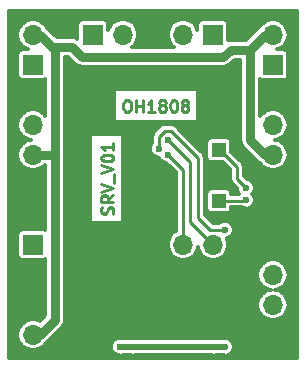
<source format=gbr>
G04 #@! TF.FileFunction,Copper,L1,Top,Signal*
%FSLAX46Y46*%
G04 Gerber Fmt 4.6, Leading zero omitted, Abs format (unit mm)*
G04 Created by KiCad (PCBNEW (2015-09-22 BZR 6208)-product) date 14.8.2018 10:54:20*
%MOMM*%
G01*
G04 APERTURE LIST*
%ADD10C,0.100000*%
%ADD11C,0.250000*%
%ADD12R,1.200000X1.200000*%
%ADD13R,1.700000X1.700000*%
%ADD14O,1.700000X1.700000*%
%ADD15C,0.600000*%
%ADD16C,0.800000*%
%ADD17C,0.500000*%
%ADD18C,0.300000*%
G04 APERTURE END LIST*
D10*
D11*
X146454762Y-109148191D02*
X146502381Y-109005334D01*
X146502381Y-108767238D01*
X146454762Y-108672000D01*
X146407143Y-108624381D01*
X146311905Y-108576762D01*
X146216667Y-108576762D01*
X146121429Y-108624381D01*
X146073810Y-108672000D01*
X146026190Y-108767238D01*
X145978571Y-108957715D01*
X145930952Y-109052953D01*
X145883333Y-109100572D01*
X145788095Y-109148191D01*
X145692857Y-109148191D01*
X145597619Y-109100572D01*
X145550000Y-109052953D01*
X145502381Y-108957715D01*
X145502381Y-108719619D01*
X145550000Y-108576762D01*
X146502381Y-107576762D02*
X146026190Y-107910096D01*
X146502381Y-108148191D02*
X145502381Y-108148191D01*
X145502381Y-107767238D01*
X145550000Y-107672000D01*
X145597619Y-107624381D01*
X145692857Y-107576762D01*
X145835714Y-107576762D01*
X145930952Y-107624381D01*
X145978571Y-107672000D01*
X146026190Y-107767238D01*
X146026190Y-108148191D01*
X145502381Y-107291048D02*
X146502381Y-106957715D01*
X145502381Y-106624381D01*
X146597619Y-106529143D02*
X146597619Y-105767238D01*
X145502381Y-105672000D02*
X146502381Y-105338667D01*
X145502381Y-105005333D01*
X145502381Y-104481524D02*
X145502381Y-104386285D01*
X145550000Y-104291047D01*
X145597619Y-104243428D01*
X145692857Y-104195809D01*
X145883333Y-104148190D01*
X146121429Y-104148190D01*
X146311905Y-104195809D01*
X146407143Y-104243428D01*
X146454762Y-104291047D01*
X146502381Y-104386285D01*
X146502381Y-104481524D01*
X146454762Y-104576762D01*
X146407143Y-104624381D01*
X146311905Y-104672000D01*
X146121429Y-104719619D01*
X145883333Y-104719619D01*
X145692857Y-104672000D01*
X145597619Y-104624381D01*
X145550000Y-104576762D01*
X145502381Y-104481524D01*
X146502381Y-103195809D02*
X146502381Y-103767238D01*
X146502381Y-103481524D02*
X145502381Y-103481524D01*
X145645238Y-103576762D01*
X145740476Y-103672000D01*
X145788095Y-103767238D01*
X147590190Y-99528381D02*
X147780667Y-99528381D01*
X147875905Y-99576000D01*
X147971143Y-99671238D01*
X148018762Y-99861714D01*
X148018762Y-100195048D01*
X147971143Y-100385524D01*
X147875905Y-100480762D01*
X147780667Y-100528381D01*
X147590190Y-100528381D01*
X147494952Y-100480762D01*
X147399714Y-100385524D01*
X147352095Y-100195048D01*
X147352095Y-99861714D01*
X147399714Y-99671238D01*
X147494952Y-99576000D01*
X147590190Y-99528381D01*
X148447333Y-100528381D02*
X148447333Y-99528381D01*
X148447333Y-100004571D02*
X149018762Y-100004571D01*
X149018762Y-100528381D02*
X149018762Y-99528381D01*
X150018762Y-100528381D02*
X149447333Y-100528381D01*
X149733047Y-100528381D02*
X149733047Y-99528381D01*
X149637809Y-99671238D01*
X149542571Y-99766476D01*
X149447333Y-99814095D01*
X150590190Y-99956952D02*
X150494952Y-99909333D01*
X150447333Y-99861714D01*
X150399714Y-99766476D01*
X150399714Y-99718857D01*
X150447333Y-99623619D01*
X150494952Y-99576000D01*
X150590190Y-99528381D01*
X150780667Y-99528381D01*
X150875905Y-99576000D01*
X150923524Y-99623619D01*
X150971143Y-99718857D01*
X150971143Y-99766476D01*
X150923524Y-99861714D01*
X150875905Y-99909333D01*
X150780667Y-99956952D01*
X150590190Y-99956952D01*
X150494952Y-100004571D01*
X150447333Y-100052190D01*
X150399714Y-100147429D01*
X150399714Y-100337905D01*
X150447333Y-100433143D01*
X150494952Y-100480762D01*
X150590190Y-100528381D01*
X150780667Y-100528381D01*
X150875905Y-100480762D01*
X150923524Y-100433143D01*
X150971143Y-100337905D01*
X150971143Y-100147429D01*
X150923524Y-100052190D01*
X150875905Y-100004571D01*
X150780667Y-99956952D01*
X151590190Y-99528381D02*
X151685429Y-99528381D01*
X151780667Y-99576000D01*
X151828286Y-99623619D01*
X151875905Y-99718857D01*
X151923524Y-99909333D01*
X151923524Y-100147429D01*
X151875905Y-100337905D01*
X151828286Y-100433143D01*
X151780667Y-100480762D01*
X151685429Y-100528381D01*
X151590190Y-100528381D01*
X151494952Y-100480762D01*
X151447333Y-100433143D01*
X151399714Y-100337905D01*
X151352095Y-100147429D01*
X151352095Y-99909333D01*
X151399714Y-99718857D01*
X151447333Y-99623619D01*
X151494952Y-99576000D01*
X151590190Y-99528381D01*
X152494952Y-99956952D02*
X152399714Y-99909333D01*
X152352095Y-99861714D01*
X152304476Y-99766476D01*
X152304476Y-99718857D01*
X152352095Y-99623619D01*
X152399714Y-99576000D01*
X152494952Y-99528381D01*
X152685429Y-99528381D01*
X152780667Y-99576000D01*
X152828286Y-99623619D01*
X152875905Y-99718857D01*
X152875905Y-99766476D01*
X152828286Y-99861714D01*
X152780667Y-99909333D01*
X152685429Y-99956952D01*
X152494952Y-99956952D01*
X152399714Y-100004571D01*
X152352095Y-100052190D01*
X152304476Y-100147429D01*
X152304476Y-100337905D01*
X152352095Y-100433143D01*
X152399714Y-100480762D01*
X152494952Y-100528381D01*
X152685429Y-100528381D01*
X152780667Y-100480762D01*
X152828286Y-100433143D01*
X152875905Y-100337905D01*
X152875905Y-100147429D01*
X152828286Y-100052190D01*
X152780667Y-100004571D01*
X152685429Y-99956952D01*
D12*
X155448000Y-103716000D03*
X155448000Y-101516000D03*
X155448000Y-108034000D03*
X155448000Y-105834000D03*
D13*
X139700000Y-116840000D03*
D14*
X139700000Y-119380000D03*
D13*
X139700000Y-111760000D03*
X160020000Y-119380000D03*
D14*
X160020000Y-116840000D03*
X160020000Y-114300000D03*
D13*
X139700000Y-106680000D03*
D14*
X139700000Y-104140000D03*
X139700000Y-101600000D03*
D13*
X139700000Y-96520000D03*
D14*
X139700000Y-93980000D03*
D13*
X144780000Y-93980000D03*
D14*
X147320000Y-93980000D03*
D13*
X154940000Y-93980000D03*
D14*
X152400000Y-93980000D03*
D13*
X160020000Y-96520000D03*
D14*
X160020000Y-93980000D03*
D13*
X160020000Y-106680000D03*
D14*
X160020000Y-104140000D03*
X160020000Y-101600000D03*
D13*
X149860000Y-111760000D03*
D14*
X152400000Y-111760000D03*
X154940000Y-111760000D03*
D15*
X148082000Y-120396000D03*
X147066000Y-120396000D03*
X155956000Y-120396000D03*
X154940000Y-120396000D03*
X142748000Y-105410000D03*
X159512000Y-99060000D03*
X156972000Y-99060000D03*
X156972000Y-96520000D03*
X142748000Y-96520000D03*
X142748000Y-99060000D03*
X145288000Y-100076000D03*
X145796000Y-99060000D03*
X152908000Y-117856000D03*
X152908000Y-116586000D03*
X148590000Y-117856000D03*
X148590000Y-116586000D03*
X154432000Y-114554000D03*
X153416000Y-114554000D03*
X152400000Y-114554000D03*
X149352000Y-114554000D03*
X148336000Y-114554000D03*
X147320000Y-114554000D03*
X146050000Y-114554000D03*
X157226000Y-111760000D03*
X148590000Y-106680000D03*
X149606000Y-105664000D03*
X151130000Y-106426000D03*
X154178000Y-103124000D03*
X151130000Y-102870000D03*
X151130000Y-104140000D03*
X155956000Y-110490000D03*
X150368000Y-103632000D03*
X157734000Y-106934000D03*
X157734000Y-107950000D03*
D16*
X143891000Y-95885000D02*
X155829000Y-95885000D01*
X155829000Y-95885000D02*
X156464000Y-95250000D01*
X156464000Y-95250000D02*
X158115000Y-95250000D01*
X158115000Y-95250000D02*
X159385000Y-93980000D01*
X159385000Y-93980000D02*
X160020000Y-93980000D01*
X143891000Y-95885000D02*
X143002000Y-94996000D01*
X143002000Y-94996000D02*
X141351000Y-94996000D01*
X141351000Y-94996000D02*
X140335000Y-93980000D01*
X140335000Y-93980000D02*
X139700000Y-93980000D01*
D17*
X154940000Y-120396000D02*
X148082000Y-120396000D01*
X147066000Y-120396000D02*
X148082000Y-120396000D01*
X155956000Y-120396000D02*
X154940000Y-120396000D01*
D16*
X141605000Y-104140000D02*
X141605000Y-118110000D01*
X141605000Y-118110000D02*
X140335000Y-119380000D01*
X140335000Y-119380000D02*
X139700000Y-119380000D01*
X139700000Y-104140000D02*
X141605000Y-104140000D01*
X141605000Y-95250000D02*
X140335000Y-93980000D01*
X141605000Y-104140000D02*
X141605000Y-97155000D01*
X141605000Y-97155000D02*
X141605000Y-95885000D01*
X141605000Y-95885000D02*
X141605000Y-95250000D01*
X140335000Y-93980000D02*
X139700000Y-93980000D01*
X160020000Y-104140000D02*
X159385000Y-104140000D01*
X159385000Y-104140000D02*
X158115000Y-102870000D01*
X158115000Y-102870000D02*
X158115000Y-97155000D01*
X158115000Y-97155000D02*
X158115000Y-95885000D01*
X158115000Y-95885000D02*
X158115000Y-95250000D01*
X159385000Y-93980000D02*
X158115000Y-95250000D01*
X160020000Y-93980000D02*
X159385000Y-93980000D01*
D11*
X156972000Y-99060000D02*
X156718000Y-99060000D01*
X145796000Y-99060000D02*
X142748000Y-99060000D01*
X145288000Y-100076000D02*
X145796000Y-99568000D01*
X145796000Y-99568000D02*
X145796000Y-99060000D01*
X152908000Y-117856000D02*
X152908000Y-116586000D01*
X148590000Y-117856000D02*
X148590000Y-116586000D01*
X154432000Y-114554000D02*
X153416000Y-114554000D01*
X152400000Y-114554000D02*
X149352000Y-114554000D01*
X148336000Y-114554000D02*
X147320000Y-114554000D01*
X148590000Y-106680000D02*
X149606000Y-105664000D01*
X154940000Y-111760000D02*
X153035000Y-109855000D01*
X153035000Y-109855000D02*
X153035000Y-104775000D01*
X153035000Y-104775000D02*
X151130000Y-102870000D01*
X152400000Y-111760000D02*
X152400000Y-105410000D01*
X152400000Y-105410000D02*
X151130000Y-104140000D01*
X155956000Y-110490000D02*
X154940000Y-110490000D01*
X154940000Y-110490000D02*
X154686000Y-110490000D01*
X154686000Y-110490000D02*
X153670000Y-109474000D01*
X153670000Y-109474000D02*
X153670000Y-104394000D01*
X153670000Y-104394000D02*
X151384000Y-102108000D01*
X151384000Y-102108000D02*
X150876000Y-102108000D01*
X150876000Y-102108000D02*
X150368000Y-102616000D01*
X150368000Y-102616000D02*
X150368000Y-103632000D01*
X157734000Y-106934000D02*
X156972000Y-106172000D01*
X156972000Y-106172000D02*
X156972000Y-105156000D01*
X156972000Y-105156000D02*
X155532000Y-103716000D01*
X155532000Y-103716000D02*
X155448000Y-103716000D01*
X157734000Y-107950000D02*
X157650000Y-108034000D01*
X157650000Y-108034000D02*
X155448000Y-108034000D01*
D18*
G36*
X162035000Y-121395000D02*
X137685000Y-121395000D01*
X137685000Y-93980000D01*
X138374531Y-93980000D01*
X138473488Y-94477488D01*
X138755292Y-94899239D01*
X139177043Y-95181043D01*
X139328571Y-95211184D01*
X138850000Y-95211184D01*
X138683240Y-95242562D01*
X138530081Y-95341117D01*
X138427332Y-95491495D01*
X138391184Y-95670000D01*
X138391184Y-97370000D01*
X138422562Y-97536760D01*
X138521117Y-97689919D01*
X138671495Y-97792668D01*
X138850000Y-97828816D01*
X140550000Y-97828816D01*
X140716760Y-97797438D01*
X140755000Y-97772831D01*
X140755000Y-100845825D01*
X140644708Y-100680761D01*
X140222957Y-100398957D01*
X139725469Y-100300000D01*
X139674531Y-100300000D01*
X139177043Y-100398957D01*
X138755292Y-100680761D01*
X138473488Y-101102512D01*
X138374531Y-101600000D01*
X138473488Y-102097488D01*
X138755292Y-102519239D01*
X139177043Y-102801043D01*
X139523712Y-102870000D01*
X139177043Y-102938957D01*
X138755292Y-103220761D01*
X138473488Y-103642512D01*
X138374531Y-104140000D01*
X138473488Y-104637488D01*
X138755292Y-105059239D01*
X139177043Y-105341043D01*
X139674531Y-105440000D01*
X139725469Y-105440000D01*
X140222957Y-105341043D01*
X140644708Y-105059239D01*
X140690972Y-104990000D01*
X140755000Y-104990000D01*
X140755000Y-110505435D01*
X140728505Y-110487332D01*
X140550000Y-110451184D01*
X138850000Y-110451184D01*
X138683240Y-110482562D01*
X138530081Y-110581117D01*
X138427332Y-110731495D01*
X138391184Y-110910000D01*
X138391184Y-112610000D01*
X138422562Y-112776760D01*
X138521117Y-112929919D01*
X138671495Y-113032668D01*
X138850000Y-113068816D01*
X140550000Y-113068816D01*
X140716760Y-113037438D01*
X140755000Y-113012831D01*
X140755000Y-117757918D01*
X140289499Y-118223419D01*
X140222957Y-118178957D01*
X139725469Y-118080000D01*
X139674531Y-118080000D01*
X139177043Y-118178957D01*
X138755292Y-118460761D01*
X138473488Y-118882512D01*
X138374531Y-119380000D01*
X138473488Y-119877488D01*
X138755292Y-120299239D01*
X139177043Y-120581043D01*
X139674531Y-120680000D01*
X139725469Y-120680000D01*
X140222957Y-120581043D01*
X140277602Y-120544530D01*
X146315870Y-120544530D01*
X146429811Y-120820286D01*
X146640605Y-121031448D01*
X146916161Y-121145869D01*
X147214530Y-121146130D01*
X147335853Y-121096000D01*
X147812063Y-121096000D01*
X147932161Y-121145869D01*
X148230530Y-121146130D01*
X148351853Y-121096000D01*
X154670063Y-121096000D01*
X154790161Y-121145869D01*
X155088530Y-121146130D01*
X155209853Y-121096000D01*
X155686063Y-121096000D01*
X155806161Y-121145869D01*
X156104530Y-121146130D01*
X156380286Y-121032189D01*
X156591448Y-120821395D01*
X156705869Y-120545839D01*
X156706130Y-120247470D01*
X156592189Y-119971714D01*
X156381395Y-119760552D01*
X156105839Y-119646131D01*
X155807470Y-119645870D01*
X155686147Y-119696000D01*
X155209937Y-119696000D01*
X155089839Y-119646131D01*
X154791470Y-119645870D01*
X154670147Y-119696000D01*
X148351937Y-119696000D01*
X148231839Y-119646131D01*
X147933470Y-119645870D01*
X147812147Y-119696000D01*
X147335937Y-119696000D01*
X147215839Y-119646131D01*
X146917470Y-119645870D01*
X146641714Y-119759811D01*
X146430552Y-119970605D01*
X146316131Y-120246161D01*
X146315870Y-120544530D01*
X140277602Y-120544530D01*
X140644708Y-120299239D01*
X140793828Y-120076065D01*
X140936041Y-119981041D01*
X142206041Y-118711041D01*
X142390298Y-118435281D01*
X142455000Y-118110000D01*
X142455000Y-114300000D01*
X158694531Y-114300000D01*
X158793488Y-114797488D01*
X159075292Y-115219239D01*
X159497043Y-115501043D01*
X159843712Y-115570000D01*
X159497043Y-115638957D01*
X159075292Y-115920761D01*
X158793488Y-116342512D01*
X158694531Y-116840000D01*
X158793488Y-117337488D01*
X159075292Y-117759239D01*
X159497043Y-118041043D01*
X159994531Y-118140000D01*
X160045469Y-118140000D01*
X160542957Y-118041043D01*
X160964708Y-117759239D01*
X161246512Y-117337488D01*
X161345469Y-116840000D01*
X161246512Y-116342512D01*
X160964708Y-115920761D01*
X160542957Y-115638957D01*
X160196288Y-115570000D01*
X160542957Y-115501043D01*
X160964708Y-115219239D01*
X161246512Y-114797488D01*
X161345469Y-114300000D01*
X161246512Y-113802512D01*
X160964708Y-113380761D01*
X160542957Y-113098957D01*
X160045469Y-113000000D01*
X159994531Y-113000000D01*
X159497043Y-113098957D01*
X159075292Y-113380761D01*
X158793488Y-113802512D01*
X158694531Y-114300000D01*
X142455000Y-114300000D01*
X142455000Y-102430333D01*
X144525000Y-102430333D01*
X144525000Y-109913667D01*
X147325000Y-109913667D01*
X147325000Y-103780530D01*
X149617870Y-103780530D01*
X149731811Y-104056286D01*
X149942605Y-104267448D01*
X150218161Y-104381869D01*
X150418510Y-104382044D01*
X150493811Y-104564286D01*
X150704605Y-104775448D01*
X150980161Y-104889869D01*
X151066772Y-104889945D01*
X151825000Y-105648173D01*
X151825000Y-110585280D01*
X151480761Y-110815292D01*
X151198957Y-111237043D01*
X151100000Y-111734531D01*
X151100000Y-111785469D01*
X151198957Y-112282957D01*
X151480761Y-112704708D01*
X151902512Y-112986512D01*
X152400000Y-113085469D01*
X152897488Y-112986512D01*
X153319239Y-112704708D01*
X153601043Y-112282957D01*
X153670000Y-111936288D01*
X153738957Y-112282957D01*
X154020761Y-112704708D01*
X154442512Y-112986512D01*
X154940000Y-113085469D01*
X155437488Y-112986512D01*
X155859239Y-112704708D01*
X156141043Y-112282957D01*
X156240000Y-111785469D01*
X156240000Y-111734531D01*
X156141043Y-111237043D01*
X156134760Y-111227639D01*
X156380286Y-111126189D01*
X156591448Y-110915395D01*
X156705869Y-110639839D01*
X156706130Y-110341470D01*
X156592189Y-110065714D01*
X156381395Y-109854552D01*
X156105839Y-109740131D01*
X155807470Y-109739870D01*
X155531714Y-109853811D01*
X155470418Y-109915000D01*
X154924172Y-109915000D01*
X154245000Y-109235828D01*
X154245000Y-104394000D01*
X154201231Y-104173957D01*
X154194064Y-104163231D01*
X154076586Y-103987413D01*
X153205173Y-103116000D01*
X154389184Y-103116000D01*
X154389184Y-104316000D01*
X154420562Y-104482760D01*
X154519117Y-104635919D01*
X154669495Y-104738668D01*
X154848000Y-104774816D01*
X155777644Y-104774816D01*
X156397000Y-105394173D01*
X156397000Y-106172000D01*
X156422173Y-106298552D01*
X156440769Y-106392043D01*
X156565414Y-106578586D01*
X156983945Y-106997117D01*
X156983870Y-107082530D01*
X157097811Y-107358286D01*
X157181340Y-107441961D01*
X157164272Y-107459000D01*
X156506816Y-107459000D01*
X156506816Y-107434000D01*
X156475438Y-107267240D01*
X156376883Y-107114081D01*
X156226505Y-107011332D01*
X156048000Y-106975184D01*
X154848000Y-106975184D01*
X154681240Y-107006562D01*
X154528081Y-107105117D01*
X154425332Y-107255495D01*
X154389184Y-107434000D01*
X154389184Y-108634000D01*
X154420562Y-108800760D01*
X154519117Y-108953919D01*
X154669495Y-109056668D01*
X154848000Y-109092816D01*
X156048000Y-109092816D01*
X156214760Y-109061438D01*
X156367919Y-108962883D01*
X156470668Y-108812505D01*
X156506816Y-108634000D01*
X156506816Y-108609000D01*
X157365324Y-108609000D01*
X157584161Y-108699869D01*
X157882530Y-108700130D01*
X158158286Y-108586189D01*
X158369448Y-108375395D01*
X158483869Y-108099839D01*
X158484130Y-107801470D01*
X158370189Y-107525714D01*
X158286660Y-107442039D01*
X158369448Y-107359395D01*
X158483869Y-107083839D01*
X158484130Y-106785470D01*
X158370189Y-106509714D01*
X158159395Y-106298552D01*
X157883839Y-106184131D01*
X157797228Y-106184055D01*
X157547000Y-105933828D01*
X157547000Y-105156000D01*
X157503231Y-104935957D01*
X157465019Y-104878769D01*
X157378587Y-104749414D01*
X156506816Y-103877644D01*
X156506816Y-103116000D01*
X156475438Y-102949240D01*
X156376883Y-102796081D01*
X156226505Y-102693332D01*
X156048000Y-102657184D01*
X154848000Y-102657184D01*
X154681240Y-102688562D01*
X154528081Y-102787117D01*
X154425332Y-102937495D01*
X154389184Y-103116000D01*
X153205173Y-103116000D01*
X151790586Y-101701414D01*
X151604043Y-101576769D01*
X151384000Y-101533000D01*
X150876000Y-101533000D01*
X150655957Y-101576769D01*
X150469413Y-101701414D01*
X149961414Y-102209414D01*
X149836769Y-102395957D01*
X149793000Y-102616000D01*
X149793000Y-103146262D01*
X149732552Y-103206605D01*
X149618131Y-103482161D01*
X149617870Y-103780530D01*
X147325000Y-103780530D01*
X147325000Y-102430333D01*
X144525000Y-102430333D01*
X142455000Y-102430333D01*
X142455000Y-98551000D01*
X146586619Y-98551000D01*
X146586619Y-101351000D01*
X153641381Y-101351000D01*
X153641381Y-98551000D01*
X146586619Y-98551000D01*
X142455000Y-98551000D01*
X142455000Y-95846000D01*
X142649918Y-95846000D01*
X143289959Y-96486041D01*
X143565719Y-96670298D01*
X143891000Y-96735000D01*
X155829000Y-96735000D01*
X156154281Y-96670298D01*
X156430041Y-96486041D01*
X156816081Y-96100000D01*
X157265000Y-96100000D01*
X157265000Y-102870000D01*
X157329702Y-103195281D01*
X157513959Y-103471041D01*
X158783959Y-104741041D01*
X158926172Y-104836065D01*
X159075292Y-105059239D01*
X159497043Y-105341043D01*
X159994531Y-105440000D01*
X160045469Y-105440000D01*
X160542957Y-105341043D01*
X160964708Y-105059239D01*
X161246512Y-104637488D01*
X161345469Y-104140000D01*
X161246512Y-103642512D01*
X160964708Y-103220761D01*
X160542957Y-102938957D01*
X160196288Y-102870000D01*
X160542957Y-102801043D01*
X160964708Y-102519239D01*
X161246512Y-102097488D01*
X161345469Y-101600000D01*
X161246512Y-101102512D01*
X160964708Y-100680761D01*
X160542957Y-100398957D01*
X160045469Y-100300000D01*
X159994531Y-100300000D01*
X159497043Y-100398957D01*
X159075292Y-100680761D01*
X158965000Y-100845825D01*
X158965000Y-97774565D01*
X158991495Y-97792668D01*
X159170000Y-97828816D01*
X160870000Y-97828816D01*
X161036760Y-97797438D01*
X161189919Y-97698883D01*
X161292668Y-97548505D01*
X161328816Y-97370000D01*
X161328816Y-95670000D01*
X161297438Y-95503240D01*
X161198883Y-95350081D01*
X161048505Y-95247332D01*
X160870000Y-95211184D01*
X160391429Y-95211184D01*
X160542957Y-95181043D01*
X160964708Y-94899239D01*
X161246512Y-94477488D01*
X161345469Y-93980000D01*
X161246512Y-93482512D01*
X160964708Y-93060761D01*
X160542957Y-92778957D01*
X160045469Y-92680000D01*
X159994531Y-92680000D01*
X159497043Y-92778957D01*
X159075292Y-93060761D01*
X158926172Y-93283935D01*
X158783959Y-93378959D01*
X157762918Y-94400000D01*
X156464005Y-94400000D01*
X156464000Y-94399999D01*
X156248816Y-94442802D01*
X156248816Y-93130000D01*
X156217438Y-92963240D01*
X156118883Y-92810081D01*
X155968505Y-92707332D01*
X155790000Y-92671184D01*
X154090000Y-92671184D01*
X153923240Y-92702562D01*
X153770081Y-92801117D01*
X153667332Y-92951495D01*
X153631184Y-93130000D01*
X153631184Y-93608571D01*
X153601043Y-93457043D01*
X153319239Y-93035292D01*
X152897488Y-92753488D01*
X152400000Y-92654531D01*
X151902512Y-92753488D01*
X151480761Y-93035292D01*
X151198957Y-93457043D01*
X151100000Y-93954531D01*
X151100000Y-94005469D01*
X151198957Y-94502957D01*
X151480761Y-94924708D01*
X151645825Y-95035000D01*
X148074175Y-95035000D01*
X148239239Y-94924708D01*
X148521043Y-94502957D01*
X148620000Y-94005469D01*
X148620000Y-93954531D01*
X148521043Y-93457043D01*
X148239239Y-93035292D01*
X147817488Y-92753488D01*
X147320000Y-92654531D01*
X146822512Y-92753488D01*
X146400761Y-93035292D01*
X146118957Y-93457043D01*
X146088816Y-93608571D01*
X146088816Y-93130000D01*
X146057438Y-92963240D01*
X145958883Y-92810081D01*
X145808505Y-92707332D01*
X145630000Y-92671184D01*
X143930000Y-92671184D01*
X143763240Y-92702562D01*
X143610081Y-92801117D01*
X143507332Y-92951495D01*
X143471184Y-93130000D01*
X143471184Y-94306855D01*
X143327281Y-94210702D01*
X143002000Y-94146000D01*
X141703082Y-94146000D01*
X140936041Y-93378959D01*
X140793828Y-93283935D01*
X140644708Y-93060761D01*
X140222957Y-92778957D01*
X139725469Y-92680000D01*
X139674531Y-92680000D01*
X139177043Y-92778957D01*
X138755292Y-93060761D01*
X138473488Y-93482512D01*
X138374531Y-93980000D01*
X137685000Y-93980000D01*
X137685000Y-91965000D01*
X162035000Y-91965000D01*
X162035000Y-121395000D01*
X162035000Y-121395000D01*
G37*
X162035000Y-121395000D02*
X137685000Y-121395000D01*
X137685000Y-93980000D01*
X138374531Y-93980000D01*
X138473488Y-94477488D01*
X138755292Y-94899239D01*
X139177043Y-95181043D01*
X139328571Y-95211184D01*
X138850000Y-95211184D01*
X138683240Y-95242562D01*
X138530081Y-95341117D01*
X138427332Y-95491495D01*
X138391184Y-95670000D01*
X138391184Y-97370000D01*
X138422562Y-97536760D01*
X138521117Y-97689919D01*
X138671495Y-97792668D01*
X138850000Y-97828816D01*
X140550000Y-97828816D01*
X140716760Y-97797438D01*
X140755000Y-97772831D01*
X140755000Y-100845825D01*
X140644708Y-100680761D01*
X140222957Y-100398957D01*
X139725469Y-100300000D01*
X139674531Y-100300000D01*
X139177043Y-100398957D01*
X138755292Y-100680761D01*
X138473488Y-101102512D01*
X138374531Y-101600000D01*
X138473488Y-102097488D01*
X138755292Y-102519239D01*
X139177043Y-102801043D01*
X139523712Y-102870000D01*
X139177043Y-102938957D01*
X138755292Y-103220761D01*
X138473488Y-103642512D01*
X138374531Y-104140000D01*
X138473488Y-104637488D01*
X138755292Y-105059239D01*
X139177043Y-105341043D01*
X139674531Y-105440000D01*
X139725469Y-105440000D01*
X140222957Y-105341043D01*
X140644708Y-105059239D01*
X140690972Y-104990000D01*
X140755000Y-104990000D01*
X140755000Y-110505435D01*
X140728505Y-110487332D01*
X140550000Y-110451184D01*
X138850000Y-110451184D01*
X138683240Y-110482562D01*
X138530081Y-110581117D01*
X138427332Y-110731495D01*
X138391184Y-110910000D01*
X138391184Y-112610000D01*
X138422562Y-112776760D01*
X138521117Y-112929919D01*
X138671495Y-113032668D01*
X138850000Y-113068816D01*
X140550000Y-113068816D01*
X140716760Y-113037438D01*
X140755000Y-113012831D01*
X140755000Y-117757918D01*
X140289499Y-118223419D01*
X140222957Y-118178957D01*
X139725469Y-118080000D01*
X139674531Y-118080000D01*
X139177043Y-118178957D01*
X138755292Y-118460761D01*
X138473488Y-118882512D01*
X138374531Y-119380000D01*
X138473488Y-119877488D01*
X138755292Y-120299239D01*
X139177043Y-120581043D01*
X139674531Y-120680000D01*
X139725469Y-120680000D01*
X140222957Y-120581043D01*
X140277602Y-120544530D01*
X146315870Y-120544530D01*
X146429811Y-120820286D01*
X146640605Y-121031448D01*
X146916161Y-121145869D01*
X147214530Y-121146130D01*
X147335853Y-121096000D01*
X147812063Y-121096000D01*
X147932161Y-121145869D01*
X148230530Y-121146130D01*
X148351853Y-121096000D01*
X154670063Y-121096000D01*
X154790161Y-121145869D01*
X155088530Y-121146130D01*
X155209853Y-121096000D01*
X155686063Y-121096000D01*
X155806161Y-121145869D01*
X156104530Y-121146130D01*
X156380286Y-121032189D01*
X156591448Y-120821395D01*
X156705869Y-120545839D01*
X156706130Y-120247470D01*
X156592189Y-119971714D01*
X156381395Y-119760552D01*
X156105839Y-119646131D01*
X155807470Y-119645870D01*
X155686147Y-119696000D01*
X155209937Y-119696000D01*
X155089839Y-119646131D01*
X154791470Y-119645870D01*
X154670147Y-119696000D01*
X148351937Y-119696000D01*
X148231839Y-119646131D01*
X147933470Y-119645870D01*
X147812147Y-119696000D01*
X147335937Y-119696000D01*
X147215839Y-119646131D01*
X146917470Y-119645870D01*
X146641714Y-119759811D01*
X146430552Y-119970605D01*
X146316131Y-120246161D01*
X146315870Y-120544530D01*
X140277602Y-120544530D01*
X140644708Y-120299239D01*
X140793828Y-120076065D01*
X140936041Y-119981041D01*
X142206041Y-118711041D01*
X142390298Y-118435281D01*
X142455000Y-118110000D01*
X142455000Y-114300000D01*
X158694531Y-114300000D01*
X158793488Y-114797488D01*
X159075292Y-115219239D01*
X159497043Y-115501043D01*
X159843712Y-115570000D01*
X159497043Y-115638957D01*
X159075292Y-115920761D01*
X158793488Y-116342512D01*
X158694531Y-116840000D01*
X158793488Y-117337488D01*
X159075292Y-117759239D01*
X159497043Y-118041043D01*
X159994531Y-118140000D01*
X160045469Y-118140000D01*
X160542957Y-118041043D01*
X160964708Y-117759239D01*
X161246512Y-117337488D01*
X161345469Y-116840000D01*
X161246512Y-116342512D01*
X160964708Y-115920761D01*
X160542957Y-115638957D01*
X160196288Y-115570000D01*
X160542957Y-115501043D01*
X160964708Y-115219239D01*
X161246512Y-114797488D01*
X161345469Y-114300000D01*
X161246512Y-113802512D01*
X160964708Y-113380761D01*
X160542957Y-113098957D01*
X160045469Y-113000000D01*
X159994531Y-113000000D01*
X159497043Y-113098957D01*
X159075292Y-113380761D01*
X158793488Y-113802512D01*
X158694531Y-114300000D01*
X142455000Y-114300000D01*
X142455000Y-102430333D01*
X144525000Y-102430333D01*
X144525000Y-109913667D01*
X147325000Y-109913667D01*
X147325000Y-103780530D01*
X149617870Y-103780530D01*
X149731811Y-104056286D01*
X149942605Y-104267448D01*
X150218161Y-104381869D01*
X150418510Y-104382044D01*
X150493811Y-104564286D01*
X150704605Y-104775448D01*
X150980161Y-104889869D01*
X151066772Y-104889945D01*
X151825000Y-105648173D01*
X151825000Y-110585280D01*
X151480761Y-110815292D01*
X151198957Y-111237043D01*
X151100000Y-111734531D01*
X151100000Y-111785469D01*
X151198957Y-112282957D01*
X151480761Y-112704708D01*
X151902512Y-112986512D01*
X152400000Y-113085469D01*
X152897488Y-112986512D01*
X153319239Y-112704708D01*
X153601043Y-112282957D01*
X153670000Y-111936288D01*
X153738957Y-112282957D01*
X154020761Y-112704708D01*
X154442512Y-112986512D01*
X154940000Y-113085469D01*
X155437488Y-112986512D01*
X155859239Y-112704708D01*
X156141043Y-112282957D01*
X156240000Y-111785469D01*
X156240000Y-111734531D01*
X156141043Y-111237043D01*
X156134760Y-111227639D01*
X156380286Y-111126189D01*
X156591448Y-110915395D01*
X156705869Y-110639839D01*
X156706130Y-110341470D01*
X156592189Y-110065714D01*
X156381395Y-109854552D01*
X156105839Y-109740131D01*
X155807470Y-109739870D01*
X155531714Y-109853811D01*
X155470418Y-109915000D01*
X154924172Y-109915000D01*
X154245000Y-109235828D01*
X154245000Y-104394000D01*
X154201231Y-104173957D01*
X154194064Y-104163231D01*
X154076586Y-103987413D01*
X153205173Y-103116000D01*
X154389184Y-103116000D01*
X154389184Y-104316000D01*
X154420562Y-104482760D01*
X154519117Y-104635919D01*
X154669495Y-104738668D01*
X154848000Y-104774816D01*
X155777644Y-104774816D01*
X156397000Y-105394173D01*
X156397000Y-106172000D01*
X156422173Y-106298552D01*
X156440769Y-106392043D01*
X156565414Y-106578586D01*
X156983945Y-106997117D01*
X156983870Y-107082530D01*
X157097811Y-107358286D01*
X157181340Y-107441961D01*
X157164272Y-107459000D01*
X156506816Y-107459000D01*
X156506816Y-107434000D01*
X156475438Y-107267240D01*
X156376883Y-107114081D01*
X156226505Y-107011332D01*
X156048000Y-106975184D01*
X154848000Y-106975184D01*
X154681240Y-107006562D01*
X154528081Y-107105117D01*
X154425332Y-107255495D01*
X154389184Y-107434000D01*
X154389184Y-108634000D01*
X154420562Y-108800760D01*
X154519117Y-108953919D01*
X154669495Y-109056668D01*
X154848000Y-109092816D01*
X156048000Y-109092816D01*
X156214760Y-109061438D01*
X156367919Y-108962883D01*
X156470668Y-108812505D01*
X156506816Y-108634000D01*
X156506816Y-108609000D01*
X157365324Y-108609000D01*
X157584161Y-108699869D01*
X157882530Y-108700130D01*
X158158286Y-108586189D01*
X158369448Y-108375395D01*
X158483869Y-108099839D01*
X158484130Y-107801470D01*
X158370189Y-107525714D01*
X158286660Y-107442039D01*
X158369448Y-107359395D01*
X158483869Y-107083839D01*
X158484130Y-106785470D01*
X158370189Y-106509714D01*
X158159395Y-106298552D01*
X157883839Y-106184131D01*
X157797228Y-106184055D01*
X157547000Y-105933828D01*
X157547000Y-105156000D01*
X157503231Y-104935957D01*
X157465019Y-104878769D01*
X157378587Y-104749414D01*
X156506816Y-103877644D01*
X156506816Y-103116000D01*
X156475438Y-102949240D01*
X156376883Y-102796081D01*
X156226505Y-102693332D01*
X156048000Y-102657184D01*
X154848000Y-102657184D01*
X154681240Y-102688562D01*
X154528081Y-102787117D01*
X154425332Y-102937495D01*
X154389184Y-103116000D01*
X153205173Y-103116000D01*
X151790586Y-101701414D01*
X151604043Y-101576769D01*
X151384000Y-101533000D01*
X150876000Y-101533000D01*
X150655957Y-101576769D01*
X150469413Y-101701414D01*
X149961414Y-102209414D01*
X149836769Y-102395957D01*
X149793000Y-102616000D01*
X149793000Y-103146262D01*
X149732552Y-103206605D01*
X149618131Y-103482161D01*
X149617870Y-103780530D01*
X147325000Y-103780530D01*
X147325000Y-102430333D01*
X144525000Y-102430333D01*
X142455000Y-102430333D01*
X142455000Y-98551000D01*
X146586619Y-98551000D01*
X146586619Y-101351000D01*
X153641381Y-101351000D01*
X153641381Y-98551000D01*
X146586619Y-98551000D01*
X142455000Y-98551000D01*
X142455000Y-95846000D01*
X142649918Y-95846000D01*
X143289959Y-96486041D01*
X143565719Y-96670298D01*
X143891000Y-96735000D01*
X155829000Y-96735000D01*
X156154281Y-96670298D01*
X156430041Y-96486041D01*
X156816081Y-96100000D01*
X157265000Y-96100000D01*
X157265000Y-102870000D01*
X157329702Y-103195281D01*
X157513959Y-103471041D01*
X158783959Y-104741041D01*
X158926172Y-104836065D01*
X159075292Y-105059239D01*
X159497043Y-105341043D01*
X159994531Y-105440000D01*
X160045469Y-105440000D01*
X160542957Y-105341043D01*
X160964708Y-105059239D01*
X161246512Y-104637488D01*
X161345469Y-104140000D01*
X161246512Y-103642512D01*
X160964708Y-103220761D01*
X160542957Y-102938957D01*
X160196288Y-102870000D01*
X160542957Y-102801043D01*
X160964708Y-102519239D01*
X161246512Y-102097488D01*
X161345469Y-101600000D01*
X161246512Y-101102512D01*
X160964708Y-100680761D01*
X160542957Y-100398957D01*
X160045469Y-100300000D01*
X159994531Y-100300000D01*
X159497043Y-100398957D01*
X159075292Y-100680761D01*
X158965000Y-100845825D01*
X158965000Y-97774565D01*
X158991495Y-97792668D01*
X159170000Y-97828816D01*
X160870000Y-97828816D01*
X161036760Y-97797438D01*
X161189919Y-97698883D01*
X161292668Y-97548505D01*
X161328816Y-97370000D01*
X161328816Y-95670000D01*
X161297438Y-95503240D01*
X161198883Y-95350081D01*
X161048505Y-95247332D01*
X160870000Y-95211184D01*
X160391429Y-95211184D01*
X160542957Y-95181043D01*
X160964708Y-94899239D01*
X161246512Y-94477488D01*
X161345469Y-93980000D01*
X161246512Y-93482512D01*
X160964708Y-93060761D01*
X160542957Y-92778957D01*
X160045469Y-92680000D01*
X159994531Y-92680000D01*
X159497043Y-92778957D01*
X159075292Y-93060761D01*
X158926172Y-93283935D01*
X158783959Y-93378959D01*
X157762918Y-94400000D01*
X156464005Y-94400000D01*
X156464000Y-94399999D01*
X156248816Y-94442802D01*
X156248816Y-93130000D01*
X156217438Y-92963240D01*
X156118883Y-92810081D01*
X155968505Y-92707332D01*
X155790000Y-92671184D01*
X154090000Y-92671184D01*
X153923240Y-92702562D01*
X153770081Y-92801117D01*
X153667332Y-92951495D01*
X153631184Y-93130000D01*
X153631184Y-93608571D01*
X153601043Y-93457043D01*
X153319239Y-93035292D01*
X152897488Y-92753488D01*
X152400000Y-92654531D01*
X151902512Y-92753488D01*
X151480761Y-93035292D01*
X151198957Y-93457043D01*
X151100000Y-93954531D01*
X151100000Y-94005469D01*
X151198957Y-94502957D01*
X151480761Y-94924708D01*
X151645825Y-95035000D01*
X148074175Y-95035000D01*
X148239239Y-94924708D01*
X148521043Y-94502957D01*
X148620000Y-94005469D01*
X148620000Y-93954531D01*
X148521043Y-93457043D01*
X148239239Y-93035292D01*
X147817488Y-92753488D01*
X147320000Y-92654531D01*
X146822512Y-92753488D01*
X146400761Y-93035292D01*
X146118957Y-93457043D01*
X146088816Y-93608571D01*
X146088816Y-93130000D01*
X146057438Y-92963240D01*
X145958883Y-92810081D01*
X145808505Y-92707332D01*
X145630000Y-92671184D01*
X143930000Y-92671184D01*
X143763240Y-92702562D01*
X143610081Y-92801117D01*
X143507332Y-92951495D01*
X143471184Y-93130000D01*
X143471184Y-94306855D01*
X143327281Y-94210702D01*
X143002000Y-94146000D01*
X141703082Y-94146000D01*
X140936041Y-93378959D01*
X140793828Y-93283935D01*
X140644708Y-93060761D01*
X140222957Y-92778957D01*
X139725469Y-92680000D01*
X139674531Y-92680000D01*
X139177043Y-92778957D01*
X138755292Y-93060761D01*
X138473488Y-93482512D01*
X138374531Y-93980000D01*
X137685000Y-93980000D01*
X137685000Y-91965000D01*
X162035000Y-91965000D01*
X162035000Y-121395000D01*
M02*

</source>
